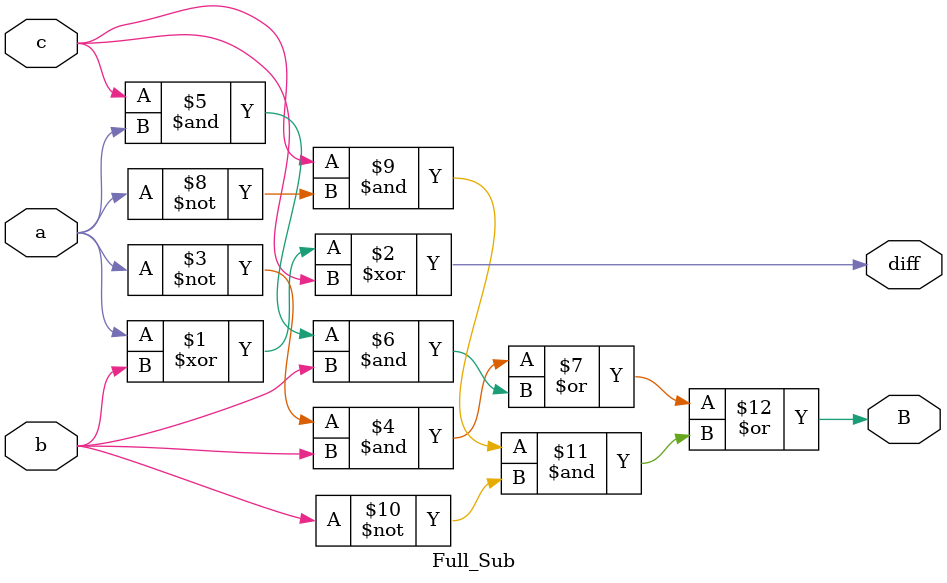
<source format=v>
`timescale 1ns / 1ps


module Full_Sub(
    input a,
    input b,
    input c,
    output diff,
    output B
    );
    
    assign diff = a^b^c;
    assign B = (~a&b | c&a&b | c&~a&~b);
    endmodule

</source>
